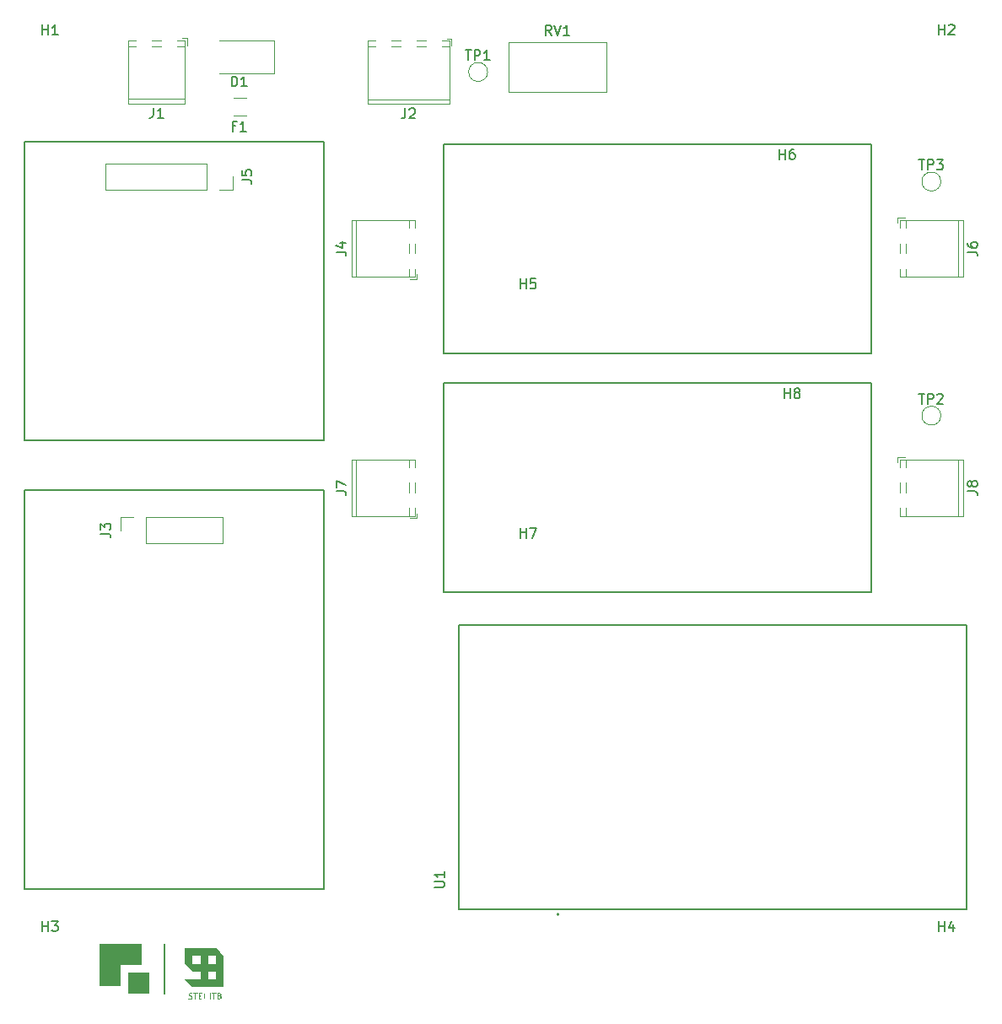
<source format=gbr>
%TF.GenerationSoftware,KiCad,Pcbnew,8.0.7*%
%TF.CreationDate,2025-03-03T08:30:58+07:00*%
%TF.ProjectId,esp32_getstok_testing,65737033-325f-4676-9574-73746f6b5f74,rev?*%
%TF.SameCoordinates,Original*%
%TF.FileFunction,Legend,Top*%
%TF.FilePolarity,Positive*%
%FSLAX46Y46*%
G04 Gerber Fmt 4.6, Leading zero omitted, Abs format (unit mm)*
G04 Created by KiCad (PCBNEW 8.0.7) date 2025-03-03 08:30:58*
%MOMM*%
%LPD*%
G01*
G04 APERTURE LIST*
%ADD10C,0.200000*%
%ADD11C,0.150000*%
%ADD12C,0.120000*%
%ADD13C,0.000000*%
%ADD14C,0.127000*%
G04 APERTURE END LIST*
D10*
X149500000Y-74730000D02*
X192500000Y-74730000D01*
X192500000Y-95730000D01*
X149500000Y-95730000D01*
X149500000Y-74730000D01*
D11*
X107500000Y-50500000D02*
X137500000Y-50500000D01*
X137500000Y-80500000D01*
X107500000Y-80500000D01*
X107500000Y-50500000D01*
D10*
X121500000Y-131000000D02*
X121500000Y-136000000D01*
X107500000Y-85500000D02*
X137500000Y-85500000D01*
X137500000Y-125500000D01*
X107500000Y-125500000D01*
X107500000Y-85500000D01*
X149500000Y-50730000D02*
X192500000Y-50730000D01*
X192500000Y-71730000D01*
X149500000Y-71730000D01*
X149500000Y-50730000D01*
D11*
X160364761Y-39794819D02*
X160031428Y-39318628D01*
X159793333Y-39794819D02*
X159793333Y-38794819D01*
X159793333Y-38794819D02*
X160174285Y-38794819D01*
X160174285Y-38794819D02*
X160269523Y-38842438D01*
X160269523Y-38842438D02*
X160317142Y-38890057D01*
X160317142Y-38890057D02*
X160364761Y-38985295D01*
X160364761Y-38985295D02*
X160364761Y-39128152D01*
X160364761Y-39128152D02*
X160317142Y-39223390D01*
X160317142Y-39223390D02*
X160269523Y-39271009D01*
X160269523Y-39271009D02*
X160174285Y-39318628D01*
X160174285Y-39318628D02*
X159793333Y-39318628D01*
X160650476Y-38794819D02*
X160983809Y-39794819D01*
X160983809Y-39794819D02*
X161317142Y-38794819D01*
X162174285Y-39794819D02*
X161602857Y-39794819D01*
X161888571Y-39794819D02*
X161888571Y-38794819D01*
X161888571Y-38794819D02*
X161793333Y-38937676D01*
X161793333Y-38937676D02*
X161698095Y-39032914D01*
X161698095Y-39032914D02*
X161602857Y-39080533D01*
X148619819Y-125346904D02*
X149429342Y-125346904D01*
X149429342Y-125346904D02*
X149524580Y-125299285D01*
X149524580Y-125299285D02*
X149572200Y-125251666D01*
X149572200Y-125251666D02*
X149619819Y-125156428D01*
X149619819Y-125156428D02*
X149619819Y-124965952D01*
X149619819Y-124965952D02*
X149572200Y-124870714D01*
X149572200Y-124870714D02*
X149524580Y-124823095D01*
X149524580Y-124823095D02*
X149429342Y-124775476D01*
X149429342Y-124775476D02*
X148619819Y-124775476D01*
X149619819Y-123775476D02*
X149619819Y-124346904D01*
X149619819Y-124061190D02*
X148619819Y-124061190D01*
X148619819Y-124061190D02*
X148762676Y-124156428D01*
X148762676Y-124156428D02*
X148857914Y-124251666D01*
X148857914Y-124251666D02*
X148905533Y-124346904D01*
X202114819Y-61563333D02*
X202829104Y-61563333D01*
X202829104Y-61563333D02*
X202971961Y-61610952D01*
X202971961Y-61610952D02*
X203067200Y-61706190D01*
X203067200Y-61706190D02*
X203114819Y-61849047D01*
X203114819Y-61849047D02*
X203114819Y-61944285D01*
X202114819Y-60658571D02*
X202114819Y-60849047D01*
X202114819Y-60849047D02*
X202162438Y-60944285D01*
X202162438Y-60944285D02*
X202210057Y-60991904D01*
X202210057Y-60991904D02*
X202352914Y-61087142D01*
X202352914Y-61087142D02*
X202543390Y-61134761D01*
X202543390Y-61134761D02*
X202924342Y-61134761D01*
X202924342Y-61134761D02*
X203019580Y-61087142D01*
X203019580Y-61087142D02*
X203067200Y-61039523D01*
X203067200Y-61039523D02*
X203114819Y-60944285D01*
X203114819Y-60944285D02*
X203114819Y-60753809D01*
X203114819Y-60753809D02*
X203067200Y-60658571D01*
X203067200Y-60658571D02*
X203019580Y-60610952D01*
X203019580Y-60610952D02*
X202924342Y-60563333D01*
X202924342Y-60563333D02*
X202686247Y-60563333D01*
X202686247Y-60563333D02*
X202591009Y-60610952D01*
X202591009Y-60610952D02*
X202543390Y-60658571D01*
X202543390Y-60658571D02*
X202495771Y-60753809D01*
X202495771Y-60753809D02*
X202495771Y-60944285D01*
X202495771Y-60944285D02*
X202543390Y-61039523D01*
X202543390Y-61039523D02*
X202591009Y-61087142D01*
X202591009Y-61087142D02*
X202686247Y-61134761D01*
X157238095Y-65254819D02*
X157238095Y-64254819D01*
X157238095Y-64731009D02*
X157809523Y-64731009D01*
X157809523Y-65254819D02*
X157809523Y-64254819D01*
X158761904Y-64254819D02*
X158285714Y-64254819D01*
X158285714Y-64254819D02*
X158238095Y-64731009D01*
X158238095Y-64731009D02*
X158285714Y-64683390D01*
X158285714Y-64683390D02*
X158380952Y-64635771D01*
X158380952Y-64635771D02*
X158619047Y-64635771D01*
X158619047Y-64635771D02*
X158714285Y-64683390D01*
X158714285Y-64683390D02*
X158761904Y-64731009D01*
X158761904Y-64731009D02*
X158809523Y-64826247D01*
X158809523Y-64826247D02*
X158809523Y-65064342D01*
X158809523Y-65064342D02*
X158761904Y-65159580D01*
X158761904Y-65159580D02*
X158714285Y-65207200D01*
X158714285Y-65207200D02*
X158619047Y-65254819D01*
X158619047Y-65254819D02*
X158380952Y-65254819D01*
X158380952Y-65254819D02*
X158285714Y-65207200D01*
X158285714Y-65207200D02*
X158238095Y-65159580D01*
X151738095Y-41306819D02*
X152309523Y-41306819D01*
X152023809Y-42306819D02*
X152023809Y-41306819D01*
X152642857Y-42306819D02*
X152642857Y-41306819D01*
X152642857Y-41306819D02*
X153023809Y-41306819D01*
X153023809Y-41306819D02*
X153119047Y-41354438D01*
X153119047Y-41354438D02*
X153166666Y-41402057D01*
X153166666Y-41402057D02*
X153214285Y-41497295D01*
X153214285Y-41497295D02*
X153214285Y-41640152D01*
X153214285Y-41640152D02*
X153166666Y-41735390D01*
X153166666Y-41735390D02*
X153119047Y-41783009D01*
X153119047Y-41783009D02*
X153023809Y-41830628D01*
X153023809Y-41830628D02*
X152642857Y-41830628D01*
X154166666Y-42306819D02*
X153595238Y-42306819D01*
X153880952Y-42306819D02*
X153880952Y-41306819D01*
X153880952Y-41306819D02*
X153785714Y-41449676D01*
X153785714Y-41449676D02*
X153690476Y-41544914D01*
X153690476Y-41544914D02*
X153595238Y-41592533D01*
X120396666Y-47114819D02*
X120396666Y-47829104D01*
X120396666Y-47829104D02*
X120349047Y-47971961D01*
X120349047Y-47971961D02*
X120253809Y-48067200D01*
X120253809Y-48067200D02*
X120110952Y-48114819D01*
X120110952Y-48114819D02*
X120015714Y-48114819D01*
X121396666Y-48114819D02*
X120825238Y-48114819D01*
X121110952Y-48114819D02*
X121110952Y-47114819D01*
X121110952Y-47114819D02*
X121015714Y-47257676D01*
X121015714Y-47257676D02*
X120920476Y-47352914D01*
X120920476Y-47352914D02*
X120825238Y-47400533D01*
X157238095Y-90254819D02*
X157238095Y-89254819D01*
X157238095Y-89731009D02*
X157809523Y-89731009D01*
X157809523Y-90254819D02*
X157809523Y-89254819D01*
X158190476Y-89254819D02*
X158857142Y-89254819D01*
X158857142Y-89254819D02*
X158428571Y-90254819D01*
X138754819Y-85563333D02*
X139469104Y-85563333D01*
X139469104Y-85563333D02*
X139611961Y-85610952D01*
X139611961Y-85610952D02*
X139707200Y-85706190D01*
X139707200Y-85706190D02*
X139754819Y-85849047D01*
X139754819Y-85849047D02*
X139754819Y-85944285D01*
X138754819Y-85182380D02*
X138754819Y-84515714D01*
X138754819Y-84515714D02*
X139754819Y-84944285D01*
X129264819Y-54333333D02*
X129979104Y-54333333D01*
X129979104Y-54333333D02*
X130121961Y-54380952D01*
X130121961Y-54380952D02*
X130217200Y-54476190D01*
X130217200Y-54476190D02*
X130264819Y-54619047D01*
X130264819Y-54619047D02*
X130264819Y-54714285D01*
X129264819Y-53380952D02*
X129264819Y-53857142D01*
X129264819Y-53857142D02*
X129741009Y-53904761D01*
X129741009Y-53904761D02*
X129693390Y-53857142D01*
X129693390Y-53857142D02*
X129645771Y-53761904D01*
X129645771Y-53761904D02*
X129645771Y-53523809D01*
X129645771Y-53523809D02*
X129693390Y-53428571D01*
X129693390Y-53428571D02*
X129741009Y-53380952D01*
X129741009Y-53380952D02*
X129836247Y-53333333D01*
X129836247Y-53333333D02*
X130074342Y-53333333D01*
X130074342Y-53333333D02*
X130169580Y-53380952D01*
X130169580Y-53380952D02*
X130217200Y-53428571D01*
X130217200Y-53428571D02*
X130264819Y-53523809D01*
X130264819Y-53523809D02*
X130264819Y-53761904D01*
X130264819Y-53761904D02*
X130217200Y-53857142D01*
X130217200Y-53857142D02*
X130169580Y-53904761D01*
X128261905Y-44954819D02*
X128261905Y-43954819D01*
X128261905Y-43954819D02*
X128500000Y-43954819D01*
X128500000Y-43954819D02*
X128642857Y-44002438D01*
X128642857Y-44002438D02*
X128738095Y-44097676D01*
X128738095Y-44097676D02*
X128785714Y-44192914D01*
X128785714Y-44192914D02*
X128833333Y-44383390D01*
X128833333Y-44383390D02*
X128833333Y-44526247D01*
X128833333Y-44526247D02*
X128785714Y-44716723D01*
X128785714Y-44716723D02*
X128738095Y-44811961D01*
X128738095Y-44811961D02*
X128642857Y-44907200D01*
X128642857Y-44907200D02*
X128500000Y-44954819D01*
X128500000Y-44954819D02*
X128261905Y-44954819D01*
X129785714Y-44954819D02*
X129214286Y-44954819D01*
X129500000Y-44954819D02*
X129500000Y-43954819D01*
X129500000Y-43954819D02*
X129404762Y-44097676D01*
X129404762Y-44097676D02*
X129309524Y-44192914D01*
X129309524Y-44192914D02*
X129214286Y-44240533D01*
X197238095Y-75806819D02*
X197809523Y-75806819D01*
X197523809Y-76806819D02*
X197523809Y-75806819D01*
X198142857Y-76806819D02*
X198142857Y-75806819D01*
X198142857Y-75806819D02*
X198523809Y-75806819D01*
X198523809Y-75806819D02*
X198619047Y-75854438D01*
X198619047Y-75854438D02*
X198666666Y-75902057D01*
X198666666Y-75902057D02*
X198714285Y-75997295D01*
X198714285Y-75997295D02*
X198714285Y-76140152D01*
X198714285Y-76140152D02*
X198666666Y-76235390D01*
X198666666Y-76235390D02*
X198619047Y-76283009D01*
X198619047Y-76283009D02*
X198523809Y-76330628D01*
X198523809Y-76330628D02*
X198142857Y-76330628D01*
X199095238Y-75902057D02*
X199142857Y-75854438D01*
X199142857Y-75854438D02*
X199238095Y-75806819D01*
X199238095Y-75806819D02*
X199476190Y-75806819D01*
X199476190Y-75806819D02*
X199571428Y-75854438D01*
X199571428Y-75854438D02*
X199619047Y-75902057D01*
X199619047Y-75902057D02*
X199666666Y-75997295D01*
X199666666Y-75997295D02*
X199666666Y-76092533D01*
X199666666Y-76092533D02*
X199619047Y-76235390D01*
X199619047Y-76235390D02*
X199047619Y-76806819D01*
X199047619Y-76806819D02*
X199666666Y-76806819D01*
X183738095Y-76254819D02*
X183738095Y-75254819D01*
X183738095Y-75731009D02*
X184309523Y-75731009D01*
X184309523Y-76254819D02*
X184309523Y-75254819D01*
X184928571Y-75683390D02*
X184833333Y-75635771D01*
X184833333Y-75635771D02*
X184785714Y-75588152D01*
X184785714Y-75588152D02*
X184738095Y-75492914D01*
X184738095Y-75492914D02*
X184738095Y-75445295D01*
X184738095Y-75445295D02*
X184785714Y-75350057D01*
X184785714Y-75350057D02*
X184833333Y-75302438D01*
X184833333Y-75302438D02*
X184928571Y-75254819D01*
X184928571Y-75254819D02*
X185119047Y-75254819D01*
X185119047Y-75254819D02*
X185214285Y-75302438D01*
X185214285Y-75302438D02*
X185261904Y-75350057D01*
X185261904Y-75350057D02*
X185309523Y-75445295D01*
X185309523Y-75445295D02*
X185309523Y-75492914D01*
X185309523Y-75492914D02*
X185261904Y-75588152D01*
X185261904Y-75588152D02*
X185214285Y-75635771D01*
X185214285Y-75635771D02*
X185119047Y-75683390D01*
X185119047Y-75683390D02*
X184928571Y-75683390D01*
X184928571Y-75683390D02*
X184833333Y-75731009D01*
X184833333Y-75731009D02*
X184785714Y-75778628D01*
X184785714Y-75778628D02*
X184738095Y-75873866D01*
X184738095Y-75873866D02*
X184738095Y-76064342D01*
X184738095Y-76064342D02*
X184785714Y-76159580D01*
X184785714Y-76159580D02*
X184833333Y-76207200D01*
X184833333Y-76207200D02*
X184928571Y-76254819D01*
X184928571Y-76254819D02*
X185119047Y-76254819D01*
X185119047Y-76254819D02*
X185214285Y-76207200D01*
X185214285Y-76207200D02*
X185261904Y-76159580D01*
X185261904Y-76159580D02*
X185309523Y-76064342D01*
X185309523Y-76064342D02*
X185309523Y-75873866D01*
X185309523Y-75873866D02*
X185261904Y-75778628D01*
X185261904Y-75778628D02*
X185214285Y-75731009D01*
X185214285Y-75731009D02*
X185119047Y-75683390D01*
X197238095Y-52306819D02*
X197809523Y-52306819D01*
X197523809Y-53306819D02*
X197523809Y-52306819D01*
X198142857Y-53306819D02*
X198142857Y-52306819D01*
X198142857Y-52306819D02*
X198523809Y-52306819D01*
X198523809Y-52306819D02*
X198619047Y-52354438D01*
X198619047Y-52354438D02*
X198666666Y-52402057D01*
X198666666Y-52402057D02*
X198714285Y-52497295D01*
X198714285Y-52497295D02*
X198714285Y-52640152D01*
X198714285Y-52640152D02*
X198666666Y-52735390D01*
X198666666Y-52735390D02*
X198619047Y-52783009D01*
X198619047Y-52783009D02*
X198523809Y-52830628D01*
X198523809Y-52830628D02*
X198142857Y-52830628D01*
X199047619Y-52306819D02*
X199666666Y-52306819D01*
X199666666Y-52306819D02*
X199333333Y-52687771D01*
X199333333Y-52687771D02*
X199476190Y-52687771D01*
X199476190Y-52687771D02*
X199571428Y-52735390D01*
X199571428Y-52735390D02*
X199619047Y-52783009D01*
X199619047Y-52783009D02*
X199666666Y-52878247D01*
X199666666Y-52878247D02*
X199666666Y-53116342D01*
X199666666Y-53116342D02*
X199619047Y-53211580D01*
X199619047Y-53211580D02*
X199571428Y-53259200D01*
X199571428Y-53259200D02*
X199476190Y-53306819D01*
X199476190Y-53306819D02*
X199190476Y-53306819D01*
X199190476Y-53306819D02*
X199095238Y-53259200D01*
X199095238Y-53259200D02*
X199047619Y-53211580D01*
X128666666Y-48931009D02*
X128333333Y-48931009D01*
X128333333Y-49454819D02*
X128333333Y-48454819D01*
X128333333Y-48454819D02*
X128809523Y-48454819D01*
X129714285Y-49454819D02*
X129142857Y-49454819D01*
X129428571Y-49454819D02*
X129428571Y-48454819D01*
X129428571Y-48454819D02*
X129333333Y-48597676D01*
X129333333Y-48597676D02*
X129238095Y-48692914D01*
X129238095Y-48692914D02*
X129142857Y-48740533D01*
X199238095Y-129754819D02*
X199238095Y-128754819D01*
X199238095Y-129231009D02*
X199809523Y-129231009D01*
X199809523Y-129754819D02*
X199809523Y-128754819D01*
X200714285Y-129088152D02*
X200714285Y-129754819D01*
X200476190Y-128707200D02*
X200238095Y-129421485D01*
X200238095Y-129421485D02*
X200857142Y-129421485D01*
X199238095Y-39754819D02*
X199238095Y-38754819D01*
X199238095Y-39231009D02*
X199809523Y-39231009D01*
X199809523Y-39754819D02*
X199809523Y-38754819D01*
X200238095Y-38850057D02*
X200285714Y-38802438D01*
X200285714Y-38802438D02*
X200380952Y-38754819D01*
X200380952Y-38754819D02*
X200619047Y-38754819D01*
X200619047Y-38754819D02*
X200714285Y-38802438D01*
X200714285Y-38802438D02*
X200761904Y-38850057D01*
X200761904Y-38850057D02*
X200809523Y-38945295D01*
X200809523Y-38945295D02*
X200809523Y-39040533D01*
X200809523Y-39040533D02*
X200761904Y-39183390D01*
X200761904Y-39183390D02*
X200190476Y-39754819D01*
X200190476Y-39754819D02*
X200809523Y-39754819D01*
X115104819Y-89833333D02*
X115819104Y-89833333D01*
X115819104Y-89833333D02*
X115961961Y-89880952D01*
X115961961Y-89880952D02*
X116057200Y-89976190D01*
X116057200Y-89976190D02*
X116104819Y-90119047D01*
X116104819Y-90119047D02*
X116104819Y-90214285D01*
X115104819Y-89452380D02*
X115104819Y-88833333D01*
X115104819Y-88833333D02*
X115485771Y-89166666D01*
X115485771Y-89166666D02*
X115485771Y-89023809D01*
X115485771Y-89023809D02*
X115533390Y-88928571D01*
X115533390Y-88928571D02*
X115581009Y-88880952D01*
X115581009Y-88880952D02*
X115676247Y-88833333D01*
X115676247Y-88833333D02*
X115914342Y-88833333D01*
X115914342Y-88833333D02*
X116009580Y-88880952D01*
X116009580Y-88880952D02*
X116057200Y-88928571D01*
X116057200Y-88928571D02*
X116104819Y-89023809D01*
X116104819Y-89023809D02*
X116104819Y-89309523D01*
X116104819Y-89309523D02*
X116057200Y-89404761D01*
X116057200Y-89404761D02*
X116009580Y-89452380D01*
X138754819Y-61563333D02*
X139469104Y-61563333D01*
X139469104Y-61563333D02*
X139611961Y-61610952D01*
X139611961Y-61610952D02*
X139707200Y-61706190D01*
X139707200Y-61706190D02*
X139754819Y-61849047D01*
X139754819Y-61849047D02*
X139754819Y-61944285D01*
X139088152Y-60658571D02*
X139754819Y-60658571D01*
X138707200Y-60896666D02*
X139421485Y-61134761D01*
X139421485Y-61134761D02*
X139421485Y-60515714D01*
X109238095Y-129754819D02*
X109238095Y-128754819D01*
X109238095Y-129231009D02*
X109809523Y-129231009D01*
X109809523Y-129754819D02*
X109809523Y-128754819D01*
X110190476Y-128754819D02*
X110809523Y-128754819D01*
X110809523Y-128754819D02*
X110476190Y-129135771D01*
X110476190Y-129135771D02*
X110619047Y-129135771D01*
X110619047Y-129135771D02*
X110714285Y-129183390D01*
X110714285Y-129183390D02*
X110761904Y-129231009D01*
X110761904Y-129231009D02*
X110809523Y-129326247D01*
X110809523Y-129326247D02*
X110809523Y-129564342D01*
X110809523Y-129564342D02*
X110761904Y-129659580D01*
X110761904Y-129659580D02*
X110714285Y-129707200D01*
X110714285Y-129707200D02*
X110619047Y-129754819D01*
X110619047Y-129754819D02*
X110333333Y-129754819D01*
X110333333Y-129754819D02*
X110238095Y-129707200D01*
X110238095Y-129707200D02*
X110190476Y-129659580D01*
X202114819Y-85563333D02*
X202829104Y-85563333D01*
X202829104Y-85563333D02*
X202971961Y-85610952D01*
X202971961Y-85610952D02*
X203067200Y-85706190D01*
X203067200Y-85706190D02*
X203114819Y-85849047D01*
X203114819Y-85849047D02*
X203114819Y-85944285D01*
X202543390Y-84944285D02*
X202495771Y-85039523D01*
X202495771Y-85039523D02*
X202448152Y-85087142D01*
X202448152Y-85087142D02*
X202352914Y-85134761D01*
X202352914Y-85134761D02*
X202305295Y-85134761D01*
X202305295Y-85134761D02*
X202210057Y-85087142D01*
X202210057Y-85087142D02*
X202162438Y-85039523D01*
X202162438Y-85039523D02*
X202114819Y-84944285D01*
X202114819Y-84944285D02*
X202114819Y-84753809D01*
X202114819Y-84753809D02*
X202162438Y-84658571D01*
X202162438Y-84658571D02*
X202210057Y-84610952D01*
X202210057Y-84610952D02*
X202305295Y-84563333D01*
X202305295Y-84563333D02*
X202352914Y-84563333D01*
X202352914Y-84563333D02*
X202448152Y-84610952D01*
X202448152Y-84610952D02*
X202495771Y-84658571D01*
X202495771Y-84658571D02*
X202543390Y-84753809D01*
X202543390Y-84753809D02*
X202543390Y-84944285D01*
X202543390Y-84944285D02*
X202591009Y-85039523D01*
X202591009Y-85039523D02*
X202638628Y-85087142D01*
X202638628Y-85087142D02*
X202733866Y-85134761D01*
X202733866Y-85134761D02*
X202924342Y-85134761D01*
X202924342Y-85134761D02*
X203019580Y-85087142D01*
X203019580Y-85087142D02*
X203067200Y-85039523D01*
X203067200Y-85039523D02*
X203114819Y-84944285D01*
X203114819Y-84944285D02*
X203114819Y-84753809D01*
X203114819Y-84753809D02*
X203067200Y-84658571D01*
X203067200Y-84658571D02*
X203019580Y-84610952D01*
X203019580Y-84610952D02*
X202924342Y-84563333D01*
X202924342Y-84563333D02*
X202733866Y-84563333D01*
X202733866Y-84563333D02*
X202638628Y-84610952D01*
X202638628Y-84610952D02*
X202591009Y-84658571D01*
X202591009Y-84658571D02*
X202543390Y-84753809D01*
X183238095Y-52254819D02*
X183238095Y-51254819D01*
X183238095Y-51731009D02*
X183809523Y-51731009D01*
X183809523Y-52254819D02*
X183809523Y-51254819D01*
X184714285Y-51254819D02*
X184523809Y-51254819D01*
X184523809Y-51254819D02*
X184428571Y-51302438D01*
X184428571Y-51302438D02*
X184380952Y-51350057D01*
X184380952Y-51350057D02*
X184285714Y-51492914D01*
X184285714Y-51492914D02*
X184238095Y-51683390D01*
X184238095Y-51683390D02*
X184238095Y-52064342D01*
X184238095Y-52064342D02*
X184285714Y-52159580D01*
X184285714Y-52159580D02*
X184333333Y-52207200D01*
X184333333Y-52207200D02*
X184428571Y-52254819D01*
X184428571Y-52254819D02*
X184619047Y-52254819D01*
X184619047Y-52254819D02*
X184714285Y-52207200D01*
X184714285Y-52207200D02*
X184761904Y-52159580D01*
X184761904Y-52159580D02*
X184809523Y-52064342D01*
X184809523Y-52064342D02*
X184809523Y-51826247D01*
X184809523Y-51826247D02*
X184761904Y-51731009D01*
X184761904Y-51731009D02*
X184714285Y-51683390D01*
X184714285Y-51683390D02*
X184619047Y-51635771D01*
X184619047Y-51635771D02*
X184428571Y-51635771D01*
X184428571Y-51635771D02*
X184333333Y-51683390D01*
X184333333Y-51683390D02*
X184285714Y-51731009D01*
X184285714Y-51731009D02*
X184238095Y-51826247D01*
X109238095Y-39754819D02*
X109238095Y-38754819D01*
X109238095Y-39231009D02*
X109809523Y-39231009D01*
X109809523Y-39754819D02*
X109809523Y-38754819D01*
X110809523Y-39754819D02*
X110238095Y-39754819D01*
X110523809Y-39754819D02*
X110523809Y-38754819D01*
X110523809Y-38754819D02*
X110428571Y-38897676D01*
X110428571Y-38897676D02*
X110333333Y-38992914D01*
X110333333Y-38992914D02*
X110238095Y-39040533D01*
X145666666Y-47154819D02*
X145666666Y-47869104D01*
X145666666Y-47869104D02*
X145619047Y-48011961D01*
X145619047Y-48011961D02*
X145523809Y-48107200D01*
X145523809Y-48107200D02*
X145380952Y-48154819D01*
X145380952Y-48154819D02*
X145285714Y-48154819D01*
X146095238Y-47250057D02*
X146142857Y-47202438D01*
X146142857Y-47202438D02*
X146238095Y-47154819D01*
X146238095Y-47154819D02*
X146476190Y-47154819D01*
X146476190Y-47154819D02*
X146571428Y-47202438D01*
X146571428Y-47202438D02*
X146619047Y-47250057D01*
X146619047Y-47250057D02*
X146666666Y-47345295D01*
X146666666Y-47345295D02*
X146666666Y-47440533D01*
X146666666Y-47440533D02*
X146619047Y-47583390D01*
X146619047Y-47583390D02*
X146047619Y-48154819D01*
X146047619Y-48154819D02*
X146666666Y-48154819D01*
D12*
%TO.C,RV1*%
X156075000Y-40470000D02*
X156075000Y-45540000D01*
X156075000Y-40470000D02*
X165845000Y-40470000D01*
X156075000Y-45540000D02*
X165845000Y-45540000D01*
X165845000Y-40470000D02*
X165845000Y-45540000D01*
D13*
%TO.C,G\u002A\u002A\u002A*%
G36*
X125889230Y-136282471D02*
G01*
X125903074Y-136295365D01*
X125841565Y-136302384D01*
X125811384Y-136302815D01*
X125730454Y-136298177D01*
X125720917Y-136286630D01*
X125733538Y-136282471D01*
X125846358Y-136275553D01*
X125889230Y-136282471D01*
G37*
G36*
X125522414Y-135954182D02*
G01*
X125538037Y-136066241D01*
X125544442Y-136230765D01*
X125544483Y-136246410D01*
X125538964Y-136414515D01*
X125524023Y-136531685D01*
X125502086Y-136579723D01*
X125500000Y-136580035D01*
X125477586Y-136538638D01*
X125461963Y-136426579D01*
X125455558Y-136262055D01*
X125455517Y-136246410D01*
X125461036Y-136078305D01*
X125475978Y-135961135D01*
X125497914Y-135913097D01*
X125500000Y-135912785D01*
X125522414Y-135954182D01*
G37*
G36*
X126145181Y-135954182D02*
G01*
X126160804Y-136066241D01*
X126167209Y-136230765D01*
X126167251Y-136246410D01*
X126161731Y-136414515D01*
X126146790Y-136531685D01*
X126124853Y-136579723D01*
X126122767Y-136580035D01*
X126100353Y-136538638D01*
X126084730Y-136426579D01*
X126078325Y-136262055D01*
X126078284Y-136246410D01*
X126083803Y-136078305D01*
X126098745Y-135961135D01*
X126120681Y-135913097D01*
X126122767Y-135912785D01*
X126145181Y-135954182D01*
G37*
G36*
X124766558Y-135920097D02*
G01*
X124855424Y-135938961D01*
X124877233Y-135957268D01*
X124839165Y-135990707D01*
X124766025Y-136001751D01*
X124706244Y-136006822D01*
X124672947Y-136035431D01*
X124658402Y-136107681D01*
X124654880Y-136243669D01*
X124654816Y-136290893D01*
X124648531Y-136441987D01*
X124631882Y-136545434D01*
X124610333Y-136580035D01*
X124587088Y-136539182D01*
X124571173Y-136430960D01*
X124565849Y-136290893D01*
X124563077Y-136134414D01*
X124550726Y-136047173D01*
X124522748Y-136009512D01*
X124476883Y-136001751D01*
X124404599Y-135983123D01*
X124387916Y-135957268D01*
X124428136Y-135932907D01*
X124531887Y-135916750D01*
X124632575Y-135912785D01*
X124766558Y-135920097D01*
G37*
G36*
X126608671Y-135921094D02*
G01*
X126701058Y-135942256D01*
X126723293Y-135957268D01*
X126707544Y-135990254D01*
X126636951Y-136001751D01*
X126575775Y-136006511D01*
X126541702Y-136034199D01*
X126526814Y-136104931D01*
X126523192Y-136238822D01*
X126523117Y-136290893D01*
X126516832Y-136441987D01*
X126500183Y-136545434D01*
X126478634Y-136580035D01*
X126455389Y-136539182D01*
X126439474Y-136430960D01*
X126434151Y-136290893D01*
X126431378Y-136134414D01*
X126419027Y-136047173D01*
X126391049Y-136009512D01*
X126345184Y-136001751D01*
X126272900Y-135983123D01*
X126256217Y-135957268D01*
X126296197Y-135931764D01*
X126398302Y-135915672D01*
X126476009Y-135912785D01*
X126608671Y-135921094D01*
G37*
G36*
X125255556Y-135922651D02*
G01*
X125317529Y-135947297D01*
X125322067Y-135957268D01*
X125283412Y-135988501D01*
X125190277Y-136001748D01*
X125188617Y-136001751D01*
X125093244Y-136013721D01*
X125058353Y-136064600D01*
X125055166Y-136112960D01*
X125072985Y-136196955D01*
X125143898Y-136223498D01*
X125169000Y-136224168D01*
X125244684Y-136238289D01*
X125255342Y-136268652D01*
X125192599Y-136306021D01*
X125141508Y-136313135D01*
X125069033Y-136345861D01*
X125055166Y-136402102D01*
X125076138Y-136467223D01*
X125154168Y-136490151D01*
X125188617Y-136491068D01*
X125282316Y-136503953D01*
X125322056Y-136534998D01*
X125322067Y-136535552D01*
X125282603Y-136563407D01*
X125184019Y-136578901D01*
X125144133Y-136580035D01*
X124966200Y-136580035D01*
X124966200Y-136246410D01*
X124966200Y-135912785D01*
X125144133Y-135912785D01*
X125255556Y-135922651D01*
G37*
G36*
X124253165Y-135935877D02*
G01*
X124317582Y-135965981D01*
X124323795Y-135997537D01*
X124269810Y-136015564D01*
X124168963Y-136011746D01*
X124167458Y-136011528D01*
X124064184Y-136015862D01*
X124029585Y-136058799D01*
X124062037Y-136124407D01*
X124159922Y-136196754D01*
X124187741Y-136210885D01*
X124296077Y-136278219D01*
X124339277Y-136357655D01*
X124343433Y-136408775D01*
X124310899Y-136528246D01*
X124257390Y-136578470D01*
X124171965Y-136615203D01*
X124094956Y-136612601D01*
X123998687Y-136578649D01*
X123913735Y-136535260D01*
X123915372Y-136509094D01*
X124002715Y-136501146D01*
X124065412Y-136503519D01*
X124176333Y-136502489D01*
X124223788Y-136474097D01*
X124232224Y-136424343D01*
X124189134Y-136335876D01*
X124087653Y-136271745D01*
X123984044Y-136208478D01*
X123945511Y-136125144D01*
X123943082Y-136083538D01*
X123964443Y-135982540D01*
X124042158Y-135934222D01*
X124051080Y-135931857D01*
X124154322Y-135922092D01*
X124253165Y-135935877D01*
G37*
G36*
X127075028Y-135936811D02*
G01*
X127182914Y-135999254D01*
X127231767Y-136085665D01*
X127209123Y-136181593D01*
X127181471Y-136215272D01*
X127154399Y-136260965D01*
X127176712Y-136268652D01*
X127235484Y-136305068D01*
X127257860Y-136390817D01*
X127235026Y-136490650D01*
X127233127Y-136494291D01*
X127167356Y-136556552D01*
X127045460Y-136579403D01*
X127010869Y-136580035D01*
X126834501Y-136580035D01*
X126834501Y-136402102D01*
X126923468Y-136402102D01*
X126932915Y-136498386D01*
X126973746Y-136530084D01*
X127023555Y-136527525D01*
X127102931Y-136489056D01*
X127123643Y-136402102D01*
X127099166Y-136310430D01*
X127023555Y-136276679D01*
X126953580Y-136279921D01*
X126926704Y-136333069D01*
X126923468Y-136402102D01*
X126834501Y-136402102D01*
X126834501Y-136246410D01*
X126836238Y-136112960D01*
X126923468Y-136112960D01*
X126950006Y-136202272D01*
X127015268Y-136220458D01*
X127097723Y-136161848D01*
X127099784Y-136159392D01*
X127131088Y-136075850D01*
X127085538Y-136017000D01*
X127009809Y-136001751D01*
X126941704Y-136029238D01*
X126923468Y-136112960D01*
X126836238Y-136112960D01*
X126836725Y-136075549D01*
X126846550Y-135975275D01*
X126868705Y-135927256D01*
X126907921Y-135913158D01*
X126920572Y-135912785D01*
X127075028Y-135936811D01*
G37*
G36*
X127091262Y-131832365D02*
G01*
X127457268Y-132200282D01*
X127457268Y-133789633D01*
X127457268Y-135378984D01*
X125888247Y-135378984D01*
X124319227Y-135378984D01*
X123953221Y-135011067D01*
X123809419Y-134863891D01*
X123692177Y-134738905D01*
X123613977Y-134649760D01*
X123587216Y-134610717D01*
X123629324Y-134600218D01*
X123746161Y-134591136D01*
X123923489Y-134584063D01*
X124147075Y-134579594D01*
X124365674Y-134578284D01*
X125144133Y-134578284D01*
X125900350Y-134578284D01*
X126300701Y-134578284D01*
X126701051Y-134578284D01*
X126701051Y-134200175D01*
X126701051Y-133822067D01*
X126300701Y-133822067D01*
X125900350Y-133822067D01*
X125900350Y-134200175D01*
X125900350Y-134578284D01*
X125144133Y-134578284D01*
X125144133Y-134200175D01*
X125144133Y-133822067D01*
X124753976Y-133822067D01*
X124363819Y-133822067D01*
X123975517Y-133431957D01*
X123587216Y-133041848D01*
X123587216Y-133021366D01*
X124343433Y-133021366D01*
X124743783Y-133021366D01*
X125144133Y-133021366D01*
X125900350Y-133021366D01*
X126300701Y-133021366D01*
X126701051Y-133021366D01*
X126701051Y-132621016D01*
X126701051Y-132220666D01*
X126300701Y-132220666D01*
X125900350Y-132220666D01*
X125900350Y-132621016D01*
X125900350Y-133021366D01*
X125144133Y-133021366D01*
X125144133Y-132621016D01*
X125144133Y-132220666D01*
X124743783Y-132220666D01*
X124343433Y-132220666D01*
X124343433Y-132621016D01*
X124343433Y-133021366D01*
X123587216Y-133021366D01*
X123587216Y-132621016D01*
X123587216Y-132253148D01*
X123587216Y-131464448D01*
X125156236Y-131464448D01*
X126725257Y-131464448D01*
X127091262Y-131832365D01*
G37*
D14*
%TO.C,U1*%
X151050000Y-99000000D02*
X202000000Y-99000000D01*
X151050000Y-99000000D02*
X202000000Y-99000000D01*
X151050000Y-109730000D02*
X151050000Y-99000000D01*
X151050000Y-116441000D02*
X151050000Y-109730000D01*
X151050000Y-127510000D02*
X151050000Y-99000000D01*
X151050000Y-127510000D02*
X151050000Y-116441000D01*
X202000000Y-99000000D02*
X202000000Y-127510000D01*
X202000000Y-104450000D02*
X202000000Y-99000000D01*
X202000000Y-122140000D02*
X202000000Y-104450000D01*
X202000000Y-127510000D02*
X151050000Y-127510000D01*
X202000000Y-127510000D02*
X151050000Y-127510000D01*
X202000000Y-127510000D02*
X202000000Y-122140000D01*
D10*
X161110000Y-128080000D02*
G75*
G02*
X160910000Y-128080000I-100000J0D01*
G01*
X160910000Y-128080000D02*
G75*
G02*
X161110000Y-128080000I100000J0D01*
G01*
D12*
%TO.C,J6*%
X195100000Y-58160000D02*
X195100000Y-58660000D01*
X195340000Y-58400000D02*
X195340000Y-59170000D01*
X195340000Y-60750000D02*
X195340000Y-61710000D01*
X195340000Y-63290000D02*
X195340000Y-64060000D01*
X195840000Y-58160000D02*
X195100000Y-58160000D01*
X195900000Y-58400000D02*
X195900000Y-59170000D01*
X195900000Y-60750000D02*
X195900000Y-61710000D01*
X195900000Y-63290000D02*
X195900000Y-64060000D01*
X201200000Y-58400000D02*
X201200000Y-64060000D01*
X201660000Y-58400000D02*
X195340000Y-58400000D01*
X201660000Y-58400000D02*
X201660000Y-64060000D01*
X201660000Y-64060000D02*
X195340000Y-64060000D01*
%TO.C,TP1*%
X153950000Y-43500000D02*
G75*
G02*
X152050000Y-43500000I-950000J0D01*
G01*
X152050000Y-43500000D02*
G75*
G02*
X153950000Y-43500000I950000J0D01*
G01*
%TO.C,J1*%
X117900000Y-46660000D02*
X117900000Y-40340000D01*
X118670000Y-40340000D02*
X117900000Y-40340000D01*
X118670000Y-40900000D02*
X117900000Y-40900000D01*
X121210000Y-40340000D02*
X120250000Y-40340000D01*
X121210000Y-40900000D02*
X120250000Y-40900000D01*
X123560000Y-40340000D02*
X122790000Y-40340000D01*
X123560000Y-40900000D02*
X122790000Y-40900000D01*
X123560000Y-46200000D02*
X117900000Y-46200000D01*
X123560000Y-46660000D02*
X117900000Y-46660000D01*
X123560000Y-46660000D02*
X123560000Y-40340000D01*
X123800000Y-40100000D02*
X123300000Y-40100000D01*
X123800000Y-40840000D02*
X123800000Y-40100000D01*
D13*
%TO.C,G\u002A\u002A\u002A*%
G36*
X120000923Y-134936077D02*
G01*
X120000923Y-136000923D01*
X118936077Y-136000923D01*
X117871230Y-136000923D01*
X117871230Y-134936077D01*
X117871230Y-133871230D01*
X118936077Y-133871230D01*
X120000923Y-133871230D01*
X120000923Y-134936077D01*
G37*
G36*
X119258461Y-132063923D02*
G01*
X119258461Y-133128769D01*
X118193615Y-133128769D01*
X117128769Y-133128769D01*
X117128769Y-134203384D01*
X117128769Y-135278000D01*
X116063923Y-135278000D01*
X114999077Y-135278000D01*
X114999077Y-133138538D01*
X114999077Y-130999077D01*
X117128769Y-130999077D01*
X119258461Y-130999077D01*
X119258461Y-132063923D01*
G37*
D12*
%TO.C,J7*%
X140300000Y-82400000D02*
X146620000Y-82400000D01*
X140300000Y-88060000D02*
X140300000Y-82400000D01*
X140300000Y-88060000D02*
X146620000Y-88060000D01*
X140760000Y-88060000D02*
X140760000Y-82400000D01*
X146060000Y-83170000D02*
X146060000Y-82400000D01*
X146060000Y-85710000D02*
X146060000Y-84750000D01*
X146060000Y-88060000D02*
X146060000Y-87290000D01*
X146120000Y-88300000D02*
X146860000Y-88300000D01*
X146620000Y-83170000D02*
X146620000Y-82400000D01*
X146620000Y-85710000D02*
X146620000Y-84750000D01*
X146620000Y-88060000D02*
X146620000Y-87290000D01*
X146860000Y-88300000D02*
X146860000Y-87800000D01*
%TO.C,J5*%
X115550000Y-52670000D02*
X115550000Y-55330000D01*
X125770000Y-52670000D02*
X115550000Y-52670000D01*
X125770000Y-52670000D02*
X125770000Y-55330000D01*
X125770000Y-55330000D02*
X115550000Y-55330000D01*
X128370000Y-54000000D02*
X128370000Y-55330000D01*
X128370000Y-55330000D02*
X127040000Y-55330000D01*
%TO.C,D1*%
X132510000Y-40350000D02*
X127000000Y-40350000D01*
X132510000Y-43650000D02*
X127000000Y-43650000D01*
X132510000Y-43650000D02*
X132510000Y-40350000D01*
%TO.C,TP2*%
X199450000Y-78000000D02*
G75*
G02*
X197550000Y-78000000I-950000J0D01*
G01*
X197550000Y-78000000D02*
G75*
G02*
X199450000Y-78000000I950000J0D01*
G01*
%TO.C,TP3*%
X199450000Y-54500000D02*
G75*
G02*
X197550000Y-54500000I-950000J0D01*
G01*
X197550000Y-54500000D02*
G75*
G02*
X199450000Y-54500000I950000J0D01*
G01*
%TO.C,F1*%
X128497936Y-46090000D02*
X129702064Y-46090000D01*
X128497936Y-47910000D02*
X129702064Y-47910000D01*
%TO.C,J3*%
X117090000Y-88170000D02*
X118420000Y-88170000D01*
X117090000Y-89500000D02*
X117090000Y-88170000D01*
X119690000Y-88170000D02*
X127370000Y-88170000D01*
X119690000Y-90830000D02*
X119690000Y-88170000D01*
X119690000Y-90830000D02*
X127370000Y-90830000D01*
X127370000Y-90830000D02*
X127370000Y-88170000D01*
%TO.C,J4*%
X140300000Y-58400000D02*
X146620000Y-58400000D01*
X140300000Y-64060000D02*
X140300000Y-58400000D01*
X140300000Y-64060000D02*
X146620000Y-64060000D01*
X140760000Y-64060000D02*
X140760000Y-58400000D01*
X146060000Y-59170000D02*
X146060000Y-58400000D01*
X146060000Y-61710000D02*
X146060000Y-60750000D01*
X146060000Y-64060000D02*
X146060000Y-63290000D01*
X146120000Y-64300000D02*
X146860000Y-64300000D01*
X146620000Y-59170000D02*
X146620000Y-58400000D01*
X146620000Y-61710000D02*
X146620000Y-60750000D01*
X146620000Y-64060000D02*
X146620000Y-63290000D01*
X146860000Y-64300000D02*
X146860000Y-63800000D01*
%TO.C,J8*%
X195100000Y-82160000D02*
X195100000Y-82660000D01*
X195340000Y-82400000D02*
X195340000Y-83170000D01*
X195340000Y-84750000D02*
X195340000Y-85710000D01*
X195340000Y-87290000D02*
X195340000Y-88060000D01*
X195840000Y-82160000D02*
X195100000Y-82160000D01*
X195900000Y-82400000D02*
X195900000Y-83170000D01*
X195900000Y-84750000D02*
X195900000Y-85710000D01*
X195900000Y-87290000D02*
X195900000Y-88060000D01*
X201200000Y-82400000D02*
X201200000Y-88060000D01*
X201660000Y-82400000D02*
X195340000Y-82400000D01*
X201660000Y-82400000D02*
X201660000Y-88060000D01*
X201660000Y-88060000D02*
X195340000Y-88060000D01*
%TO.C,J2*%
X141900000Y-46700000D02*
X141900000Y-40380000D01*
X142670000Y-40380000D02*
X141900000Y-40380000D01*
X142670000Y-40940000D02*
X141900000Y-40940000D01*
X145210000Y-40380000D02*
X144250000Y-40380000D01*
X145210000Y-40940000D02*
X144250000Y-40940000D01*
X147750000Y-40380000D02*
X146790000Y-40380000D01*
X147750000Y-40940000D02*
X146790000Y-40940000D01*
X150100000Y-40380000D02*
X149330000Y-40380000D01*
X150100000Y-40940000D02*
X149330000Y-40940000D01*
X150100000Y-46240000D02*
X141900000Y-46240000D01*
X150100000Y-46700000D02*
X141900000Y-46700000D01*
X150100000Y-46700000D02*
X150100000Y-40380000D01*
X150340000Y-40140000D02*
X149840000Y-40140000D01*
X150340000Y-40880000D02*
X150340000Y-40140000D01*
%TD*%
M02*

</source>
